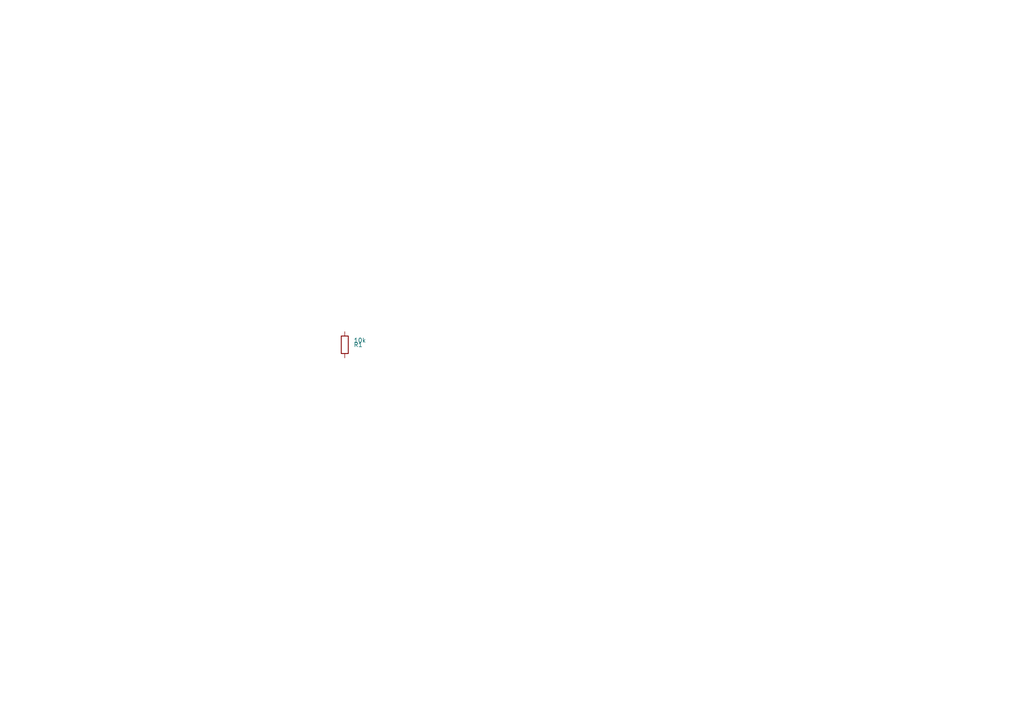
<source format=kicad_sch>
(kicad_sch (version 20250114) (generator "eeschema") (generator_version 9.0)
  (paper A4)
  (title_block (title "Simple Circuit"))
  (lib_symbols
    (symbol "Device:R" (pin_numbers (hide yes)) (pin_names (offset 0))
      (property "Reference" "R" (at 2.032 0 90))
      (property "Value" "R" (at 0 0 90))
      (symbol "R_0_1"
        (rectangle (start -1.016 -2.54) (end 1.016 2.54) (stroke (width 0.254)))
      )
      (symbol "R_1_1"
        (pin passive line (at 0 3.81 270) (length 1.27) (name "~") (number "1"))
        (pin passive line (at 0 -3.81 90) (length 1.27) (name "~") (number "2"))
      )
    )
  )
  (symbol (lib_id "Device:R") (at 100 100 0) (unit 1)
    (property "Reference" "R1" (at 102.54 100 0) (effects (justify left)))
    (property "Value" "10k" (at 102.54 98.73 0) (effects (justify left)))
  )
)
</source>
